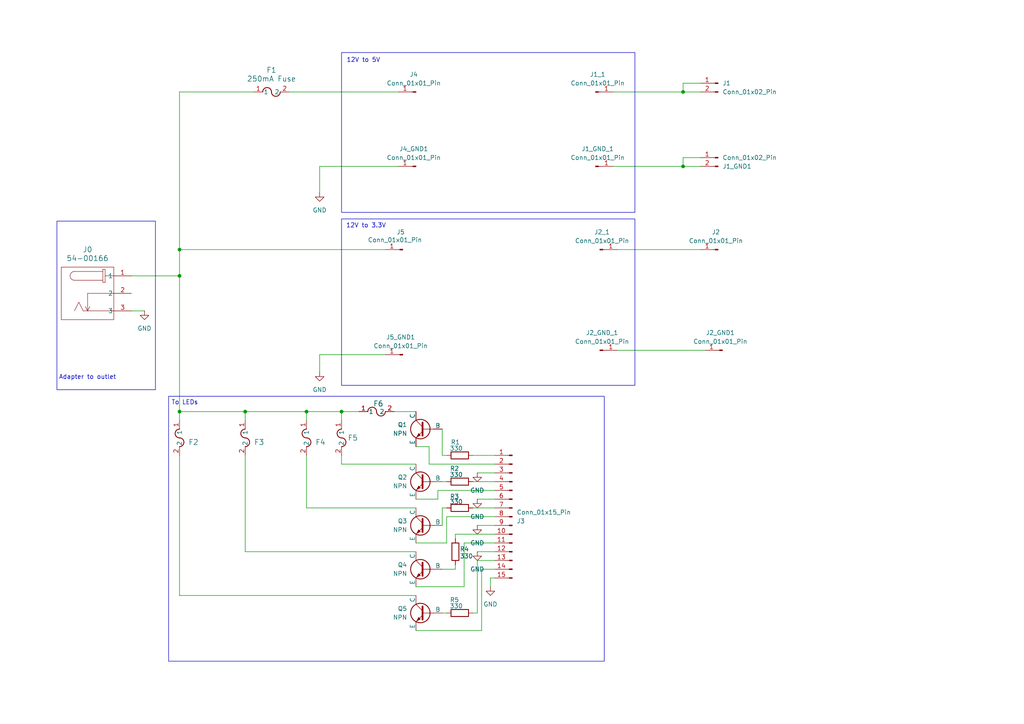
<source format=kicad_sch>
(kicad_sch (version 20250114) (generator "eeschema") (generator_version "9.0")
  (paper "A4")
  (lib_symbols
    (symbol "Connector:Conn_01x01_Pin" (pin_names (offset 1.016) (hide yes))
      (property "Reference" "J" (at 0 2.54 0))
      (property "Value" "Conn_01x01_Pin" (at 0 -2.54 0))
      (symbol "Conn_01x01_Pin_1_1"
        (rectangle (start 0.8636 0.127) (end 0 -0.127) (stroke (width 0.1524)) (fill (type outline)))
        (polyline (pts (xy 1.27 0) (xy 0.8636 0)) (stroke (width 0.1524)))
        (pin passive line (at 5.08 0 180) (length 3.81) (name "Pin_1") (number "1"))
      )
    )
    (symbol "Connector:Conn_01x02_Pin" (pin_names (offset 1.016) (hide yes))
      (property "Reference" "J" (at 0 2.54 0))
      (property "Value" "Conn_01x02_Pin" (at 0 -5.08 0))
      (symbol "Conn_01x02_Pin_1_1"
        (rectangle (start 0.8636 0.127) (end 0 -0.127) (stroke (width 0.1524)) (fill (type outline)))
        (rectangle (start 0.8636 -2.413) (end 0 -2.667) (stroke (width 0.1524)) (fill (type outline)))
        (polyline (pts (xy 1.27 0) (xy 0.8636 0)) (stroke (width 0.1524)))
        (polyline (pts (xy 1.27 -2.54) (xy 0.8636 -2.54)) (stroke (width 0.1524)))
        (pin passive line (at 5.08 0 180) (length 3.81) (name "Pin_1") (number "1"))
        (pin passive line (at 5.08 -2.54 180) (length 3.81) (name "Pin_2") (number "2"))
      )
    )
    (symbol "Connector:Conn_01x15_Pin" (pin_names (offset 1.016) (hide yes))
      (property "Reference" "J" (at 0 20.32 0))
      (property "Value" "Conn_01x15_Pin" (at 0 -20.32 0))
      (symbol "Conn_01x15_Pin_1_1"
        (rectangle (start 0.8636 17.907) (end 0 17.653) (stroke (width 0.1524)) (fill (type outline)))
        (rectangle (start 0.8636 15.367) (end 0 15.113) (stroke (width 0.1524)) (fill (type outline)))
        (rectangle (start 0.8636 12.827) (end 0 12.573) (stroke (width 0.1524)) (fill (type outline)))
        (rectangle (start 0.8636 10.287) (end 0 10.033) (stroke (width 0.1524)) (fill (type outline)))
        (rectangle (start 0.8636 7.747) (end 0 7.493) (stroke (width 0.1524)) (fill (type outline)))
        (rectangle (start 0.8636 5.207) (end 0 4.953) (stroke (width 0.1524)) (fill (type outline)))
        (rectangle (start 0.8636 2.667) (end 0 2.413) (stroke (width 0.1524)) (fill (type outline)))
        (rectangle (start 0.8636 0.127) (end 0 -0.127) (stroke (width 0.1524)) (fill (type outline)))
        (rectangle (start 0.8636 -2.413) (end 0 -2.667) (stroke (width 0.1524)) (fill (type outline)))
        (rectangle (start 0.8636 -4.953) (end 0 -5.207) (stroke (width 0.1524)) (fill (type outline)))
        (rectangle (start 0.8636 -7.493) (end 0 -7.747) (stroke (width 0.1524)) (fill (type outline)))
        (rectangle (start 0.8636 -10.033) (end 0 -10.287) (stroke (width 0.1524)) (fill (type outline)))
        (rectangle (start 0.8636 -12.573) (end 0 -12.827) (stroke (width 0.1524)) (fill (type outline)))
        (rectangle (start 0.8636 -15.113) (end 0 -15.367) (stroke (width 0.1524)) (fill (type outline)))
        (rectangle (start 0.8636 -17.653) (end 0 -17.907) (stroke (width 0.1524)) (fill (type outline)))
        (polyline (pts (xy 1.27 17.78) (xy 0.8636 17.78)) (stroke (width 0.1524)))
        (polyline (pts (xy 1.27 15.24) (xy 0.8636 15.24)) (stroke (width 0.1524)))
        (polyline (pts (xy 1.27 12.7) (xy 0.8636 12.7)) (stroke (width 0.1524)))
        (polyline (pts (xy 1.27 10.16) (xy 0.8636 10.16)) (stroke (width 0.1524)))
        (polyline (pts (xy 1.27 7.62) (xy 0.8636 7.62)) (stroke (width 0.1524)))
        (polyline (pts (xy 1.27 5.08) (xy 0.8636 5.08)) (stroke (width 0.1524)))
        (polyline (pts (xy 1.27 2.54) (xy 0.8636 2.54)) (stroke (width 0.1524)))
        (polyline (pts (xy 1.27 0) (xy 0.8636 0)) (stroke (width 0.1524)))
        (polyline (pts (xy 1.27 -2.54) (xy 0.8636 -2.54)) (stroke (width 0.1524)))
        (polyline (pts (xy 1.27 -5.08) (xy 0.8636 -5.08)) (stroke (width 0.1524)))
        (polyline (pts (xy 1.27 -7.62) (xy 0.8636 -7.62)) (stroke (width 0.1524)))
        (polyline (pts (xy 1.27 -10.16) (xy 0.8636 -10.16)) (stroke (width 0.1524)))
        (polyline (pts (xy 1.27 -12.7) (xy 0.8636 -12.7)) (stroke (width 0.1524)))
        (polyline (pts (xy 1.27 -15.24) (xy 0.8636 -15.24)) (stroke (width 0.1524)))
        (polyline (pts (xy 1.27 -17.78) (xy 0.8636 -17.78)) (stroke (width 0.1524)))
        (pin passive line (at 5.08 17.78 180) (length 3.81) (name "Pin_1") (number "1"))
        (pin passive line (at 5.08 15.24 180) (length 3.81) (name "Pin_2") (number "2"))
        (pin passive line (at 5.08 12.7 180) (length 3.81) (name "Pin_3") (number "3"))
        (pin passive line (at 5.08 10.16 180) (length 3.81) (name "Pin_4") (number "4"))
        (pin passive line (at 5.08 7.62 180) (length 3.81) (name "Pin_5") (number "5"))
        (pin passive line (at 5.08 5.08 180) (length 3.81) (name "Pin_6") (number "6"))
        (pin passive line (at 5.08 2.54 180) (length 3.81) (name "Pin_7") (number "7"))
        (pin passive line (at 5.08 0 180) (length 3.81) (name "Pin_8") (number "8"))
        (pin passive line (at 5.08 -2.54 180) (length 3.81) (name "Pin_9") (number "9"))
        (pin passive line (at 5.08 -5.08 180) (length 3.81) (name "Pin_10") (number "10"))
        (pin passive line (at 5.08 -7.62 180) (length 3.81) (name "Pin_11") (number "11"))
        (pin passive line (at 5.08 -10.16 180) (length 3.81) (name "Pin_12") (number "12"))
        (pin passive line (at 5.08 -12.7 180) (length 3.81) (name "Pin_13") (number "13"))
        (pin passive line (at 5.08 -15.24 180) (length 3.81) (name "Pin_14") (number "14"))
        (pin passive line (at 5.08 -17.78 180) (length 3.81) (name "Pin_15") (number "15"))
      )
    )
    (symbol "Device:R" (pin_numbers (hide yes)) (pin_names (offset 0))
      (property "Reference" "R" (at 2.032 0 90))
      (property "Value" "R" (at 0 0 90))
      (symbol "R_0_1"
        (rectangle (start -1.016 -2.54) (end 1.016 2.54) (stroke (width 0.254)))
      )
      (symbol "R_1_1"
        (pin passive line (at 0 3.81 270) (length 1.27) (name "~") (number "1"))
        (pin passive line (at 0 -3.81 90) (length 1.27) (name "~") (number "2"))
      )
    )
    (symbol "Power_regulator:100mA Fuse" (pin_names (offset 0.254))
      (property "Reference" "F" (at 5.08 3.175 0))
      (property "Value" "100mA Fuse" (at 4.064 -3.048 0))
      (symbol "100mA Fuse_1_1"
        (arc (start 2.54 0) (mid 3.81 1.2645) (end 5.08 0) (stroke (width 0.254)))
        (arc (start 7.62 0) (mid 6.35 -1.2645) (end 5.08 0) (stroke (width 0.254)))
        (pin unspecified line (at 0 0 0) (length 2.54) (name "1") (number "1"))
        (pin unspecified line (at 10.16 0 180) (length 2.54) (name "2") (number "2"))
      )
      (symbol "100mA Fuse_1_2"
        (arc (start 0 7.62) (mid 1.2645 6.35) (end 0 5.08) (stroke (width 0.254)))
        (arc (start 0 2.54) (mid -1.2645 3.81) (end 0 5.08) (stroke (width 0.254)))
        (pin unspecified line (at 0 10.16 270) (length 2.54) (name "2") (number "2"))
        (pin unspecified line (at 0 0 90) (length 2.54) (name "1") (number "1"))
      )
    )
    (symbol "Power_regulator:250mA Fuse" (pin_names (offset 0.254))
      (property "Reference" "F" (at 5.08 3.175 0))
      (property "Value" "250mA Fuse" (at 4.318 -3.048 0))
      (symbol "250mA Fuse_1_1"
        (arc (start 2.54 0) (mid 3.81 1.2645) (end 5.08 0) (stroke (width 0.254)))
        (arc (start 7.62 0) (mid 6.35 -1.2645) (end 5.08 0) (stroke (width 0.254)))
        (pin unspecified line (at 0 0 0) (length 2.54) (name "1") (number "1"))
        (pin unspecified line (at 10.16 0 180) (length 2.54) (name "2") (number "2"))
      )
      (symbol "250mA Fuse_1_2"
        (arc (start 0 7.62) (mid 1.2645 6.35) (end 0 5.08) (stroke (width 0.254)))
        (arc (start 0 2.54) (mid -1.2645 3.81) (end 0 5.08) (stroke (width 0.254)))
        (pin unspecified line (at 0 10.16 270) (length 2.54) (name "2") (number "2"))
        (pin unspecified line (at 0 0 90) (length 2.54) (name "1") (number "1"))
      )
    )
    (symbol "Power_regulator:54-00166" (pin_names (offset 0.254))
      (property "Reference" "J" (at -12.954 4.826 0))
      (property "Value" "54-00166" (at -14.224 -13.97 0))
      (symbol "54-00166_1_1"
        (polyline (pts (xy -20.32 2.54) (xy -20.32 -12.7)) (stroke (width 0.127)))
        (polyline (pts (xy -20.32 -12.7) (xy -5.08 -12.7)) (stroke (width 0.127)))
        (arc (start -16.51 -1.27) (mid -17.7744 0) (end -16.51 1.27) (stroke (width 0.127)))
        (polyline (pts (xy -15.24 -7.62) (xy -16.51 -10.16)) (stroke (width 0.127)))
        (polyline (pts (xy -13.97 -10.16) (xy -15.24 -7.62)) (stroke (width 0.127)))
        (polyline (pts (xy -12.7 -5.08) (xy -12.7 -10.16)) (stroke (width 0.127)))
        (polyline (pts (xy -12.7 -10.16) (xy -13.335 -8.89)) (stroke (width 0.127)))
        (polyline (pts (xy -12.7 -10.16) (xy -12.065 -8.89)) (stroke (width 0.127)))
        (polyline (pts (xy -8.255 1.905) (xy -8.255 -1.905)) (stroke (width 0.127)))
        (polyline (pts (xy -8.255 1.905) (xy -7.62 1.905)) (stroke (width 0.127)))
        (polyline (pts (xy -8.255 1.27) (xy -16.51 1.27)) (stroke (width 0.127)))
        (polyline (pts (xy -8.255 -1.27) (xy -16.51 -1.27)) (stroke (width 0.127)))
        (polyline (pts (xy -8.255 -1.905) (xy -7.62 -1.905)) (stroke (width 0.127)))
        (polyline (pts (xy -7.62 -1.905) (xy -7.62 1.905)) (stroke (width 0.127)))
        (polyline (pts (xy -5.08 2.54) (xy -20.32 2.54)) (stroke (width 0.127)))
        (polyline (pts (xy -5.08 0) (xy -7.62 0)) (stroke (width 0.127)))
        (polyline (pts (xy -5.08 -5.08) (xy -12.7 -5.08)) (stroke (width 0.127)))
        (polyline (pts (xy -5.08 -10.16) (xy -13.97 -10.16)) (stroke (width 0.127)))
        (polyline (pts (xy -5.08 -12.7) (xy -5.08 2.54)) (stroke (width 0.127)))
        (pin unspecified line (at 0 0 180) (length 5.08) (name "1") (number "1"))
        (pin unspecified line (at 0 -5.08 180) (length 5.08) (name "2") (number "2"))
        (pin unspecified line (at 0 -10.16 180) (length 5.08) (name "3") (number "3"))
      )
      (symbol "54-00166_1_2"
        (polyline (pts (xy -12.7 2.54) (xy -12.7 -7.62)) (stroke (width 0.127)))
        (polyline (pts (xy -12.7 -7.62) (xy -5.08 -7.62)) (stroke (width 0.127)))
        (polyline (pts (xy -10.16 0) (xy -8.89 0.8467)) (stroke (width 0.127)))
        (polyline (pts (xy -10.16 0) (xy -8.89 -0.8467)) (stroke (width 0.127)))
        (polyline (pts (xy -10.16 0) (xy -5.08 0)) (stroke (width 0.127)))
        (polyline (pts (xy -10.16 -2.54) (xy -8.89 -1.6933)) (stroke (width 0.127)))
        (polyline (pts (xy -10.16 -2.54) (xy -8.89 -3.3867)) (stroke (width 0.127)))
        (polyline (pts (xy -10.16 -2.54) (xy -5.08 -2.54)) (stroke (width 0.127)))
        (polyline (pts (xy -10.16 -5.08) (xy -8.89 -4.2333)) (stroke (width 0.127)))
        (polyline (pts (xy -10.16 -5.08) (xy -8.89 -5.9267)) (stroke (width 0.127)))
        (polyline (pts (xy -10.16 -5.08) (xy -5.08 -5.08)) (stroke (width 0.127)))
        (polyline (pts (xy -5.08 2.54) (xy -12.7 2.54)) (stroke (width 0.127)))
        (polyline (pts (xy -5.08 -7.62) (xy -5.08 2.54)) (stroke (width 0.127)))
        (pin unspecified line (at 0 0 180) (length 5.08) (name "1") (number "1"))
        (pin unspecified line (at 0 -2.54 180) (length 5.08) (name "2") (number "2"))
        (pin unspecified line (at 0 -5.08 180) (length 5.08) (name "3") (number "3"))
      )
    )
    (symbol "Simulation_SPICE:NPN" (pin_numbers (hide yes)) (pin_names (offset 0))
      (property "Reference" "Q" (at -2.54 7.62 0))
      (property "Value" "NPN" (at -2.54 5.08 0))
      (symbol "NPN_0_1"
        (polyline (pts (xy -2.54 0) (xy 0.635 0)) (stroke (width 0.1524)))
        (polyline (pts (xy 0.635 1.905) (xy 0.635 -1.905) (xy 0.635 -1.905)) (stroke (width 0.508)))
        (polyline (pts (xy 0.635 0.635) (xy 2.54 2.54)))
        (polyline (pts (xy 0.635 -0.635) (xy 2.54 -2.54) (xy 2.54 -2.54)))
        (circle (center 1.27 0) (radius 2.8194) (stroke (width 0.254)))
        (polyline (pts (xy 1.27 -1.778) (xy 1.778 -1.27) (xy 2.286 -2.286) (xy 1.27 -1.778) (xy 1.27 -1.778)) (fill (type outline)))
        (polyline (pts (xy 2.794 -1.27) (xy 2.794 -1.27)) (stroke (width 0.1524)))
        (polyline (pts (xy 2.794 -1.27) (xy 2.794 -1.27)) (stroke (width 0.1524)))
      )
      (symbol "NPN_1_1"
        (pin input line (at -5.08 0 0) (length 2.54) (name "B") (number "2"))
        (pin open_collector line (at 2.54 5.08 270) (length 2.54) (name "C") (number "1"))
        (pin open_emitter line (at 2.54 -5.08 90) (length 2.54) (name "E") (number "3"))
      )
    )
    (symbol "power:GND" (power) (pin_numbers (hide yes)) (pin_names (offset 0) (hide yes))
      (property "Value" "GND" (at 0 -3.81 0))
      (symbol "GND_0_1"
        (polyline (pts (xy 0 0) (xy 0 -1.27) (xy 1.27 -1.27) (xy 0 -2.54) (xy -1.27 -1.27) (xy 0 -1.27)))
      )
      (symbol "GND_1_1"
        (pin power_in line (at 0 0 270) (length 0) (name "~") (number "1"))
      )
    )
  )
  (rectangle (start 16.51 64.135) (end 45.085 113.03))
  (rectangle (start 99.06 63.5) (end 184.15 111.76))
  (rectangle (start 48.895 114.935) (end 175.26 191.77))
  (rectangle (start 99.06 15.24) (end 184.15 61.595))
  (text "To LEDs" (at 53.594 116.84 0) (effects (font (size 1.27 1.27))))
  (text "12V to 5V\n" (at 105.41 17.526 0) (effects (font (size 1.27 1.27))))
  (text "12V to 3.3V\n" (at 106.172 65.532 0) (effects (font (size 1.27 1.27))))
  (text "Adapter to outlet\n" (at 25.4 109.474 0) (effects (font (size 1.27 1.27))))
  (junction (at 198.12 48.26))
  (junction (at 88.9 119.38))
  (junction (at 99.06 119.38))
  (junction (at 71.12 119.38))
  (junction (at 52.07 80.01))
  (junction (at 52.07 72.39))
  (junction (at 198.12 26.67))
  (junction (at 52.07 119.38))
  (wire (pts (xy 120.65 160.02) (xy 71.12 160.02)))
  (wire (pts (xy 138.43 160.02) (xy 143.51 160.02)))
  (wire (pts (xy 137.16 147.32) (xy 143.51 147.32)))
  (wire (pts (xy 138.43 152.4) (xy 143.51 152.4)))
  (wire (pts (xy 120.65 129.54) (xy 124.46 129.54)))
  (wire (pts (xy 198.12 24.13) (xy 203.2 24.13)))
  (wire (pts (xy 52.07 72.39) (xy 111.76 72.39)))
  (wire (pts (xy 92.71 102.87) (xy 111.76 102.87)))
  (wire (pts (xy 120.65 147.32) (xy 88.9 147.32)))
  (wire (pts (xy 71.12 160.02) (xy 71.12 132.08)))
  (wire (pts (xy 132.08 154.94) (xy 143.51 154.94)))
  (wire (pts (xy 83.82 26.67) (xy 115.57 26.67)))
  (wire (pts (xy 38.1 90.17) (xy 41.91 90.17)))
  (wire (pts (xy 124.46 129.54) (xy 124.46 134.62)))
  (wire (pts (xy 120.65 144.78) (xy 127 144.78)))
  (wire (pts (xy 139.7 165.1) (xy 143.51 165.1)))
  (wire (pts (xy 92.71 102.87) (xy 92.71 107.95)))
  (wire (pts (xy 52.07 72.39) (xy 52.07 80.01)))
  (wire (pts (xy 132.08 156.21) (xy 132.08 154.94)))
  (wire (pts (xy 88.9 119.38) (xy 71.12 119.38)))
  (wire (pts (xy 139.7 182.88) (xy 139.7 165.1)))
  (wire (pts (xy 38.1 80.01) (xy 52.07 80.01)))
  (wire (pts (xy 71.12 119.38) (xy 52.07 119.38)))
  (wire (pts (xy 128.27 152.4) (xy 128.27 147.32)))
  (wire (pts (xy 134.62 170.18) (xy 134.62 157.48)))
  (wire (pts (xy 128.27 177.8) (xy 129.54 177.8)))
  (wire (pts (xy 137.16 139.7) (xy 143.51 139.7)))
  (wire (pts (xy 129.54 149.86) (xy 143.51 149.86)))
  (wire (pts (xy 128.27 139.7) (xy 129.54 139.7)))
  (wire (pts (xy 120.65 157.48) (xy 129.54 157.48)))
  (wire (pts (xy 88.9 121.92) (xy 88.9 119.38)))
  (wire (pts (xy 128.27 124.46) (xy 128.27 132.08)))
  (wire (pts (xy 52.07 172.72) (xy 52.07 132.08)))
  (wire (pts (xy 177.8 26.67) (xy 198.12 26.67)))
  (wire (pts (xy 92.71 48.26) (xy 115.57 48.26)))
  (wire (pts (xy 203.2 48.26) (xy 198.12 48.26)))
  (wire (pts (xy 138.43 177.8) (xy 138.43 162.56)))
  (wire (pts (xy 71.12 121.92) (xy 71.12 119.38)))
  (wire (pts (xy 198.12 45.72) (xy 203.2 45.72)))
  (wire (pts (xy 177.8 48.26) (xy 198.12 48.26)))
  (wire (pts (xy 88.9 147.32) (xy 88.9 132.08)))
  (wire (pts (xy 134.62 157.48) (xy 143.51 157.48)))
  (wire (pts (xy 124.46 134.62) (xy 143.51 134.62)))
  (wire (pts (xy 52.07 26.67) (xy 52.07 72.39)))
  (wire (pts (xy 52.07 121.92) (xy 52.07 119.38)))
  (wire (pts (xy 198.12 48.26) (xy 198.12 45.72)))
  (wire (pts (xy 99.06 119.38) (xy 88.9 119.38)))
  (wire (pts (xy 179.07 72.39) (xy 203.2 72.39)))
  (wire (pts (xy 138.43 137.16) (xy 143.51 137.16)))
  (wire (pts (xy 120.65 172.72) (xy 52.07 172.72)))
  (wire (pts (xy 120.65 119.38) (xy 114.3 119.38)))
  (wire (pts (xy 179.07 101.6) (xy 204.47 101.6)))
  (wire (pts (xy 120.65 134.62) (xy 99.06 134.62)))
  (wire (pts (xy 92.71 48.26) (xy 92.71 55.88)))
  (wire (pts (xy 198.12 26.67) (xy 198.12 24.13)))
  (wire (pts (xy 137.16 132.08) (xy 143.51 132.08)))
  (wire (pts (xy 142.24 170.18) (xy 142.24 167.64)))
  (wire (pts (xy 127 142.24) (xy 143.51 142.24)))
  (wire (pts (xy 128.27 132.08) (xy 129.54 132.08)))
  (wire (pts (xy 104.14 119.38) (xy 99.06 119.38)))
  (wire (pts (xy 120.65 182.88) (xy 139.7 182.88)))
  (wire (pts (xy 127 144.78) (xy 127 142.24)))
  (wire (pts (xy 99.06 134.62) (xy 99.06 132.08)))
  (wire (pts (xy 138.43 144.78) (xy 143.51 144.78)))
  (wire (pts (xy 52.07 80.01) (xy 52.07 119.38)))
  (wire (pts (xy 137.16 177.8) (xy 138.43 177.8)))
  (wire (pts (xy 132.08 165.1) (xy 128.27 165.1)))
  (wire (pts (xy 128.27 147.32) (xy 129.54 147.32)))
  (wire (pts (xy 203.2 26.67) (xy 198.12 26.67)))
  (wire (pts (xy 99.06 121.92) (xy 99.06 119.38)))
  (wire (pts (xy 142.24 167.64) (xy 143.51 167.64)))
  (wire (pts (xy 120.65 170.18) (xy 134.62 170.18)))
  (wire (pts (xy 129.54 157.48) (xy 129.54 149.86)))
  (wire (pts (xy 138.43 162.56) (xy 143.51 162.56)))
  (wire (pts (xy 132.08 165.1) (xy 132.08 163.83)))
  (wire (pts (xy 52.07 26.67) (xy 73.66 26.67)))
  (symbol (lib_id "Power_regulator:250mA Fuse") (at 73.66 26.67 0) (unit 1)
    (property "Reference" "F1" (at 78.74 20.32 0) (effects (font (size 1.524 1.524))))
    (property "Value" "250mA Fuse" (at 78.74 22.86 0) (effects (font (size 1.524 1.524))))
    (property "Footprint" "Imported Footprints:FUS_LITTELFUSE_370_LTF_250mA" (effects (hide yes)))
    (property "Datasheet" "37005000410" (effects (hide yes)))
  )
  (symbol (lib_id "power:GND") (at 92.71 107.95 0) (unit 1)
    (property "Reference" "#PWR03" (effects (hide yes)))
    (property "Value" "GND" (at 92.71 113.03 0))
    (property "Description" "Power symbol creates a global label with name \"GND\" , ground" (effects (hide yes)))
  )
  (symbol (lib_id "power:GND") (at 138.43 137.16 0) (unit 1)
    (property "Reference" "#PWR09" (effects (hide yes)))
    (property "Value" "GND" (at 138.43 142.24 0))
    (property "Description" "Power symbol creates a global label with name \"GND\" , ground" (effects (hide yes)))
  )
  (symbol (lib_id "Power_regulator:100mA Fuse") (at 52.07 121.92 90) (mirror x) (unit 1)
    (property "Reference" "F2" (at 54.61 128.2701 90) (effects (font (size 1.524 1.524)) (justify right)))
    (property "Value" "100mA Fuse" (effects (hide yes)))
    (property "Footprint" "Imported Footprints:FUS_LITTELFUSE_396_LTF_100mA" (effects (hide yes)))
    (property "Datasheet" "39601000000" (effects (hide yes)))
  )
  (symbol (lib_id "Connector:Conn_01x01_Pin") (at 120.65 26.67 180) (unit 1)
    (property "Reference" "J4" (at 120.015 21.59 0))
    (property "Value" "Conn_01x01_Pin" (at 120.015 24.13 0))
    (property "Footprint" "Connector_PinHeader_2.54mm:PinHeader_1x01_P2.54mm_Vertical" (effects (hide yes)))
    (property "Description" "Generic connector, single row, 01x01, script generated" (effects (hide yes)))
  )
  (symbol (lib_id "Simulation_SPICE:NPN") (at 123.19 177.8 0) (mirror y) (unit 1)
    (property "Reference" "Q5" (at 118.11 176.5299 0) (effects (justify left)))
    (property "Value" "NPN" (at 118.11 179.0699 0) (effects (justify left)))
    (property "Footprint" "Imported Footprints:NPN_transistor" (effects (hide yes)))
    (property "Datasheet" "https://ngspice.sourceforge.io/docs/ngspice-html-manual/manual.xhtml#cha_BJTs" (effects (hide yes)))
    (property "Description" "Bipolar transistor symbol for simulation only, substrate tied to the emitter" (effects (hide yes)))
    (property "Sim.Device" "NPN" (effects (hide yes)))
    (property "Sim.Type" "GUMMELPOON" (effects (hide yes)))
    (property "Sim.Pins" "1=C 2=B 3=E" (effects (hide yes)))
  )
  (symbol (lib_id "Connector:Conn_01x01_Pin") (at 209.55 101.6 180) (unit 1)
    (property "Reference" "J2_GND1" (at 208.915 96.52 0))
    (property "Value" "Conn_01x01_Pin" (at 208.915 99.06 0))
    (property "Footprint" "Connector_PinHeader_2.54mm:PinHeader_1x01_P2.54mm_Vertical" (effects (hide yes)))
    (property "Description" "Generic connector, single row, 01x01, script generated" (effects (hide yes)))
  )
  (symbol (lib_id "power:GND") (at 41.91 90.17 0) (unit 1)
    (property "Reference" "#PWR06" (effects (hide yes)))
    (property "Value" "GND" (at 41.91 95.25 0))
    (property "Description" "Power symbol creates a global label with name \"GND\" , ground" (effects (hide yes)))
  )
  (symbol (lib_id "Connector:Conn_01x01_Pin") (at 116.84 72.39 180) (unit 1)
    (property "Reference" "J5" (at 116.205 67.31 0))
    (property "Value" "Conn_01x01_Pin" (at 114.554 69.596 0))
    (property "Footprint" "Connector_PinHeader_2.54mm:PinHeader_1x01_P2.54mm_Vertical" (effects (hide yes)))
    (property "Description" "Generic connector, single row, 01x01, script generated" (effects (hide yes)))
  )
  (symbol (lib_id "Simulation_SPICE:NPN") (at 123.19 152.4 0) (mirror y) (unit 1)
    (property "Reference" "Q3" (at 118.11 151.1299 0) (effects (justify left)))
    (property "Value" "NPN" (at 118.11 153.6699 0) (effects (justify left)))
    (property "Footprint" "Imported Footprints:NPN_transistor" (effects (hide yes)))
    (property "Datasheet" "https://ngspice.sourceforge.io/docs/ngspice-html-manual/manual.xhtml#cha_BJTs" (effects (hide yes)))
    (property "Description" "Bipolar transistor symbol for simulation only, substrate tied to the emitter" (effects (hide yes)))
    (property "Sim.Device" "NPN" (effects (hide yes)))
    (property "Sim.Type" "GUMMELPOON" (effects (hide yes)))
    (property "Sim.Pins" "1=C 2=B 3=E" (effects (hide yes)))
  )
  (symbol (lib_id "Connector:Conn_01x01_Pin") (at 120.65 48.26 180) (unit 1)
    (property "Reference" "J4_GND1" (at 120.015 43.18 0))
    (property "Value" "Conn_01x01_Pin" (at 120.015 45.72 0))
    (property "Footprint" "Connector_PinHeader_2.54mm:PinHeader_1x01_P2.54mm_Vertical" (effects (hide yes)))
    (property "Description" "Generic connector, single row, 01x01, script generated" (effects (hide yes)))
  )
  (symbol (lib_id "Power_regulator:100mA Fuse") (at 99.06 121.92 90) (mirror x) (unit 1)
    (property "Reference" "F5" (at 100.838 127 90) (effects (font (size 1.524 1.524)) (justify right)))
    (property "Value" "100mA Fuse" (effects (hide yes)))
    (property "Footprint" "Imported Footprints:FUS_LITTELFUSE_396_LTF_100mA" (effects (hide yes)))
    (property "Datasheet" "39601000000" (effects (hide yes)))
  )
  (symbol (lib_id "Device:R") (at 132.08 160.02 0) (unit 1)
    (property "Reference" "R4" (at 133.35 159.258 0) (effects (justify left)))
    (property "Value" "330" (at 133.35 161.29 0) (effects (justify left)))
    (property "Footprint" "Resistor_THT:R_Axial_DIN0207_L6.3mm_D2.5mm_P5.08mm_Vertical" (effects (hide yes)))
    (property "Description" "Resistor" (effects (hide yes)))
  )
  (symbol (lib_id "Connector:Conn_01x01_Pin") (at 173.99 101.6 0) (mirror x) (unit 1)
    (property "Reference" "J2_GND_1" (at 174.625 96.52 0))
    (property "Value" "Conn_01x01_Pin" (at 174.625 99.06 0))
    (property "Footprint" "Connector_PinHeader_2.54mm:PinHeader_1x01_P2.54mm_Vertical" (effects (hide yes)))
    (property "Description" "Generic connector, single row, 01x01, script generated" (effects (hide yes)))
  )
  (symbol (lib_id "Power_regulator:100mA Fuse") (at 88.9 121.92 90) (mirror x) (unit 1)
    (property "Reference" "F4" (at 91.44 128.2701 90) (effects (font (size 1.524 1.524)) (justify right)))
    (property "Value" "100mA Fuse" (effects (hide yes)))
    (property "Footprint" "Imported Footprints:FUS_LITTELFUSE_396_LTF_100mA" (effects (hide yes)))
    (property "Datasheet" "39601000000" (effects (hide yes)))
  )
  (symbol (lib_id "Connector:Conn_01x02_Pin") (at 208.28 45.72 0) (mirror y) (unit 1)
    (property "Reference" "J1_GND1" (at 209.55 48.2601 0) (effects (justify right)))
    (property "Value" "Conn_01x02_Pin" (at 209.55 45.7201 0) (effects (justify right)))
    (property "Footprint" "Connector_PinHeader_2.54mm:PinHeader_1x02_P2.54mm_Vertical" (effects (hide yes)))
    (property "Description" "Generic connector, single row, 01x02, script generated" (effects (hide yes)))
  )
  (symbol (lib_id "Device:R") (at 133.35 177.8 90) (unit 1)
    (property "Reference" "R5" (at 131.826 173.99 90))
    (property "Value" "330" (at 132.334 175.768 90))
    (property "Footprint" "Resistor_THT:R_Axial_DIN0207_L6.3mm_D2.5mm_P5.08mm_Vertical" (effects (hide yes)))
    (property "Description" "Resistor" (effects (hide yes)))
  )
  (symbol (lib_id "Power_regulator:100mA Fuse") (at 104.14 119.38 0) (unit 1)
    (property "Reference" "F6" (at 109.728 117.094 0) (effects (font (size 1.524 1.524))))
    (property "Value" "100mA Fuse" (effects (hide yes)))
    (property "Footprint" "Imported Footprints:FUS_LITTELFUSE_396_LTF_100mA" (effects (hide yes)))
    (property "Datasheet" "39601000000" (effects (hide yes)))
  )
  (symbol (lib_id "Power_regulator:54-00166") (at 38.1 80.01 0) (unit 1)
    (property "Reference" "J0" (at 25.4 72.39 0) (effects (font (size 1.524 1.524))))
    (property "Value" "54-00166" (at 25.4 74.93 0) (effects (font (size 1.524 1.524))))
    (property "Footprint" "Imported Footprints:CONN3_54-00166_TEN" (effects (hide yes)))
    (property "Datasheet" "54-00166" (effects (hide yes)))
  )
  (symbol (lib_id "Connector:Conn_01x01_Pin") (at 172.72 26.67 0) (mirror x) (unit 1)
    (property "Reference" "J1_1" (at 173.355 21.59 0))
    (property "Value" "Conn_01x01_Pin" (at 173.355 24.13 0))
    (property "Footprint" "Connector_PinHeader_2.54mm:PinHeader_1x01_P2.54mm_Vertical" (effects (hide yes)))
    (property "Description" "Generic connector, single row, 01x01, script generated" (effects (hide yes)))
  )
  (symbol (lib_id "power:GND") (at 138.43 160.02 0) (unit 1)
    (property "Reference" "#PWR012" (effects (hide yes)))
    (property "Value" "GND" (at 138.43 165.1 0))
    (property "Description" "Power symbol creates a global label with name \"GND\" , ground" (effects (hide yes)))
  )
  (symbol (lib_id "Device:R") (at 133.35 132.08 90) (unit 1)
    (property "Reference" "R1" (at 132.08 128.27 90))
    (property "Value" "330" (at 132.334 130.048 90))
    (property "Footprint" "Resistor_THT:R_Axial_DIN0207_L6.3mm_D2.5mm_P5.08mm_Vertical" (effects (hide yes)))
    (property "Description" "Resistor" (effects (hide yes)))
  )
  (symbol (lib_id "power:GND") (at 92.71 55.88 0) (unit 1)
    (property "Reference" "#PWR01" (effects (hide yes)))
    (property "Value" "GND" (at 92.71 60.96 0))
    (property "Description" "Power symbol creates a global label with name \"GND\" , ground" (effects (hide yes)))
  )
  (symbol (lib_id "Power_regulator:100mA Fuse") (at 71.12 121.92 90) (mirror x) (unit 1)
    (property "Reference" "F3" (at 73.66 128.2701 90) (effects (font (size 1.524 1.524)) (justify right)))
    (property "Value" "100mA Fuse" (effects (hide yes)))
    (property "Footprint" "Imported Footprints:FUS_LITTELFUSE_396_LTF_100mA" (effects (hide yes)))
    (property "Datasheet" "39601000000" (effects (hide yes)))
  )
  (symbol (lib_id "power:GND") (at 142.24 170.18 0) (unit 1)
    (property "Reference" "#PWR013" (effects (hide yes)))
    (property "Value" "GND" (at 142.24 175.26 0))
    (property "Description" "Power symbol creates a global label with name \"GND\" , ground" (effects (hide yes)))
  )
  (symbol (lib_id "Connector:Conn_01x01_Pin") (at 173.99 72.39 0) (mirror x) (unit 1)
    (property "Reference" "J2_1" (at 174.625 67.31 0))
    (property "Value" "Conn_01x01_Pin" (at 174.625 69.85 0))
    (property "Footprint" "Connector_PinHeader_2.54mm:PinHeader_1x01_P2.54mm_Vertical" (effects (hide yes)))
    (property "Description" "Generic connector, single row, 01x01, script generated" (effects (hide yes)))
  )
  (symbol (lib_id "Device:R") (at 133.35 147.32 90) (unit 1)
    (property "Reference" "R3" (at 131.826 144.018 90))
    (property "Value" "330" (at 132.334 145.542 90))
    (property "Footprint" "Resistor_THT:R_Axial_DIN0207_L6.3mm_D2.5mm_P5.08mm_Vertical" (effects (hide yes)))
    (property "Description" "Resistor" (effects (hide yes)))
  )
  (symbol (lib_id "Connector:Conn_01x01_Pin") (at 116.84 102.87 180) (unit 1)
    (property "Reference" "J5_GND1" (at 116.205 97.79 0))
    (property "Value" "Conn_01x01_Pin" (at 116.205 100.33 0))
    (property "Footprint" "Connector_PinHeader_2.54mm:PinHeader_1x01_P2.54mm_Vertical" (effects (hide yes)))
    (property "Description" "Generic connector, single row, 01x01, script generated" (effects (hide yes)))
  )
  (symbol (lib_id "Device:R") (at 133.35 139.7 90) (unit 1)
    (property "Reference" "R2" (at 131.826 135.89 90))
    (property "Value" "330" (at 132.334 137.668 90))
    (property "Footprint" "Resistor_THT:R_Axial_DIN0207_L6.3mm_D2.5mm_P5.08mm_Vertical" (effects (hide yes)))
    (property "Description" "Resistor" (effects (hide yes)))
  )
  (symbol (lib_id "Simulation_SPICE:NPN") (at 123.19 139.7 0) (mirror y) (unit 1)
    (property "Reference" "Q2" (at 118.11 138.4299 0) (effects (justify left)))
    (property "Value" "NPN" (at 118.11 140.9699 0) (effects (justify left)))
    (property "Footprint" "Imported Footprints:NPN_transistor" (effects (hide yes)))
    (property "Datasheet" "https://ngspice.sourceforge.io/docs/ngspice-html-manual/manual.xhtml#cha_BJTs" (effects (hide yes)))
    (property "Description" "Bipolar transistor symbol for simulation only, substrate tied to the emitter" (effects (hide yes)))
    (property "Sim.Device" "NPN" (effects (hide yes)))
    (property "Sim.Type" "GUMMELPOON" (effects (hide yes)))
    (property "Sim.Pins" "1=C 2=B 3=E" (effects (hide yes)))
  )
  (symbol (lib_id "power:GND") (at 138.43 152.4 0) (unit 1)
    (property "Reference" "#PWR011" (effects (hide yes)))
    (property "Value" "GND" (at 138.43 157.48 0))
    (property "Description" "Power symbol creates a global label with name \"GND\" , ground" (effects (hide yes)))
  )
  (symbol (lib_id "Connector:Conn_01x15_Pin") (at 148.59 149.86 0) (mirror y) (unit 1)
    (property "Reference" "J3" (at 149.86 151.1301 0) (effects (justify right)))
    (property "Value" "Conn_01x15_Pin" (at 149.86 148.5901 0) (effects (justify right)))
    (property "Footprint" "Connector_PinHeader_2.54mm:PinHeader_1x15_P2.54mm_Vertical" (effects (hide yes)))
    (property "Description" "Generic connector, single row, 01x15, script generated" (effects (hide yes)))
  )
  (symbol (lib_id "Connector:Conn_01x01_Pin") (at 208.28 72.39 180) (unit 1)
    (property "Reference" "J2" (at 207.645 67.31 0))
    (property "Value" "Conn_01x01_Pin" (at 207.645 69.85 0))
    (property "Footprint" "Connector_PinHeader_2.54mm:PinHeader_1x01_P2.54mm_Vertical" (effects (hide yes)))
    (property "Description" "Generic connector, single row, 01x01, script generated" (effects (hide yes)))
  )
  (symbol (lib_id "Connector:Conn_01x02_Pin") (at 208.28 24.13 0) (mirror y) (unit 1)
    (property "Reference" "J1" (at 209.55 24.1299 0) (effects (justify right)))
    (property "Value" "Conn_01x02_Pin" (at 209.55 26.6699 0) (effects (justify right)))
    (property "Footprint" "Connector_PinHeader_2.54mm:PinHeader_1x02_P2.54mm_Vertical" (effects (hide yes)))
    (property "Description" "Generic connector, single row, 01x02, script generated" (effects (hide yes)))
  )
  (symbol (lib_id "Simulation_SPICE:NPN") (at 123.19 124.46 0) (mirror y) (unit 1)
    (property "Reference" "Q1" (at 118.11 123.1899 0) (effects (justify left)))
    (property "Value" "NPN" (at 118.11 125.7299 0) (effects (justify left)))
    (property "Footprint" "Imported Footprints:NPN_transistor" (effects (hide yes)))
    (property "Datasheet" "https://ngspice.sourceforge.io/docs/ngspice-html-manual/manual.xhtml#cha_BJTs" (effects (hide yes)))
    (property "Description" "Bipolar transistor symbol for simulation only, substrate tied to the emitter" (effects (hide yes)))
    (property "Sim.Device" "NPN" (effects (hide yes)))
    (property "Sim.Type" "GUMMELPOON" (effects (hide yes)))
    (property "Sim.Pins" "1=C 2=B 3=E" (effects (hide yes)))
  )
  (symbol (lib_id "power:GND") (at 138.43 144.78 0) (unit 1)
    (property "Reference" "#PWR010" (effects (hide yes)))
    (property "Value" "GND" (at 138.43 149.86 0))
    (property "Description" "Power symbol creates a global label with name \"GND\" , ground" (effects (hide yes)))
  )
  (symbol (lib_id "Simulation_SPICE:NPN") (at 123.19 165.1 0) (mirror y) (unit 1)
    (property "Reference" "Q4" (at 118.11 163.8299 0) (effects (justify left)))
    (property "Value" "NPN" (at 118.11 166.3699 0) (effects (justify left)))
    (property "Footprint" "Imported Footprints:NPN_transistor" (effects (hide yes)))
    (property "Datasheet" "https://ngspice.sourceforge.io/docs/ngspice-html-manual/manual.xhtml#cha_BJTs" (effects (hide yes)))
    (property "Description" "Bipolar transistor symbol for simulation only, substrate tied to the emitter" (effects (hide yes)))
    (property "Sim.Device" "NPN" (effects (hide yes)))
    (property "Sim.Type" "GUMMELPOON" (effects (hide yes)))
    (property "Sim.Pins" "1=C 2=B 3=E" (effects (hide yes)))
  )
  (symbol (lib_id "Connector:Conn_01x01_Pin") (at 172.72 48.26 0) (mirror x) (unit 1)
    (property "Reference" "J1_GND_1" (at 173.355 43.18 0))
    (property "Value" "Conn_01x01_Pin" (at 173.355 45.72 0))
    (property "Footprint" "Connector_PinHeader_2.54mm:PinHeader_1x01_P2.54mm_Vertical" (effects (hide yes)))
    (property "Description" "Generic connector, single row, 01x01, script generated" (effects (hide yes)))
  )
)
</source>
